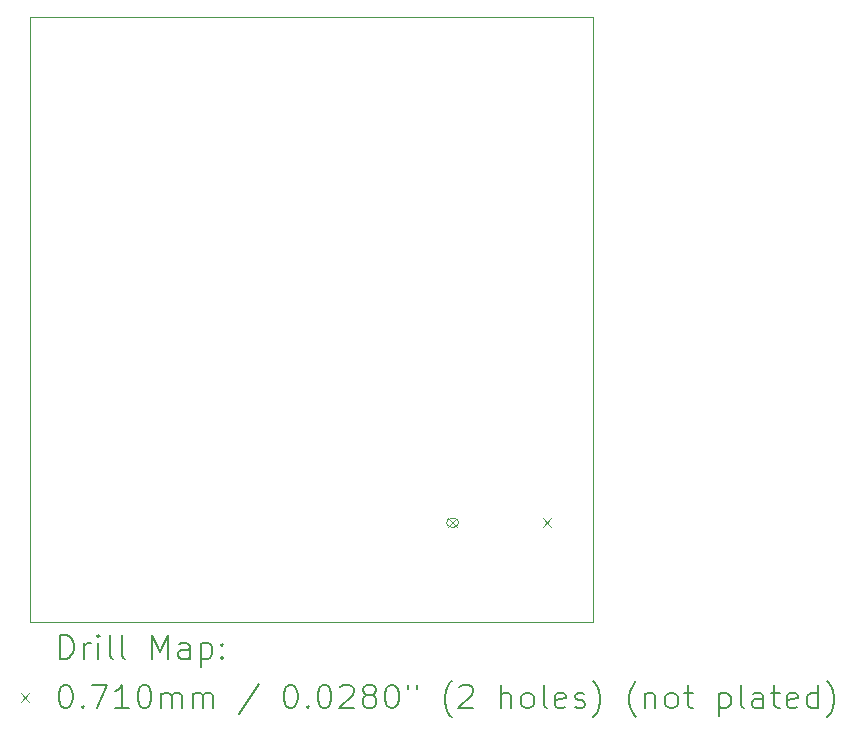
<source format=gbr>
%TF.GenerationSoftware,KiCad,Pcbnew,9.0.6*%
%TF.CreationDate,2025-12-10T11:17:10+01:00*%
%TF.ProjectId,CO2Monitor,434f324d-6f6e-4697-946f-722e6b696361,rev?*%
%TF.SameCoordinates,PX83b1de0PY8351ad0*%
%TF.FileFunction,Drillmap*%
%TF.FilePolarity,Positive*%
%FSLAX45Y45*%
G04 Gerber Fmt 4.5, Leading zero omitted, Abs format (unit mm)*
G04 Created by KiCad (PCBNEW 9.0.6) date 2025-12-10 11:17:10*
%MOMM*%
%LPD*%
G01*
G04 APERTURE LIST*
%ADD10C,0.050000*%
%ADD11C,0.010000*%
%ADD12C,0.200000*%
%ADD13C,0.100000*%
G04 APERTURE END LIST*
D10*
X0Y5116000D02*
X4766300Y5116000D01*
X4766300Y0D01*
X0Y0D01*
X0Y5116000D01*
D11*
X3565800Y873050D02*
X3595800Y873050D01*
X3595800Y802050D02*
X3565800Y802050D01*
X3530300Y837550D02*
G75*
G02*
X3565800Y873050I35500J0D01*
G01*
X3565800Y802050D02*
G75*
G02*
X3530300Y837550I0J35500D01*
G01*
X3595800Y873050D02*
G75*
G02*
X3631300Y837550I0J-35500D01*
G01*
X3631300Y837550D02*
G75*
G02*
X3595800Y802050I-35500J0D01*
G01*
D12*
D13*
X3545300Y873050D02*
X3616300Y802050D01*
X3616300Y873050D02*
X3545300Y802050D01*
X4345300Y873050D02*
X4416300Y802050D01*
X4416300Y873050D02*
X4345300Y802050D01*
D12*
X258277Y-313984D02*
X258277Y-113984D01*
X258277Y-113984D02*
X305896Y-113984D01*
X305896Y-113984D02*
X334467Y-123508D01*
X334467Y-123508D02*
X353515Y-142555D01*
X353515Y-142555D02*
X363039Y-161603D01*
X363039Y-161603D02*
X372562Y-199698D01*
X372562Y-199698D02*
X372562Y-228269D01*
X372562Y-228269D02*
X363039Y-266365D01*
X363039Y-266365D02*
X353515Y-285412D01*
X353515Y-285412D02*
X334467Y-304460D01*
X334467Y-304460D02*
X305896Y-313984D01*
X305896Y-313984D02*
X258277Y-313984D01*
X458277Y-313984D02*
X458277Y-180650D01*
X458277Y-218746D02*
X467801Y-199698D01*
X467801Y-199698D02*
X477324Y-190174D01*
X477324Y-190174D02*
X496372Y-180650D01*
X496372Y-180650D02*
X515420Y-180650D01*
X582086Y-313984D02*
X582086Y-180650D01*
X582086Y-113984D02*
X572563Y-123508D01*
X572563Y-123508D02*
X582086Y-133031D01*
X582086Y-133031D02*
X591610Y-123508D01*
X591610Y-123508D02*
X582086Y-113984D01*
X582086Y-113984D02*
X582086Y-133031D01*
X705896Y-313984D02*
X686848Y-304460D01*
X686848Y-304460D02*
X677324Y-285412D01*
X677324Y-285412D02*
X677324Y-113984D01*
X810658Y-313984D02*
X791610Y-304460D01*
X791610Y-304460D02*
X782086Y-285412D01*
X782086Y-285412D02*
X782086Y-113984D01*
X1039229Y-313984D02*
X1039229Y-113984D01*
X1039229Y-113984D02*
X1105896Y-256841D01*
X1105896Y-256841D02*
X1172563Y-113984D01*
X1172563Y-113984D02*
X1172563Y-313984D01*
X1353515Y-313984D02*
X1353515Y-209222D01*
X1353515Y-209222D02*
X1343991Y-190174D01*
X1343991Y-190174D02*
X1324944Y-180650D01*
X1324944Y-180650D02*
X1286848Y-180650D01*
X1286848Y-180650D02*
X1267801Y-190174D01*
X1353515Y-304460D02*
X1334467Y-313984D01*
X1334467Y-313984D02*
X1286848Y-313984D01*
X1286848Y-313984D02*
X1267801Y-304460D01*
X1267801Y-304460D02*
X1258277Y-285412D01*
X1258277Y-285412D02*
X1258277Y-266365D01*
X1258277Y-266365D02*
X1267801Y-247317D01*
X1267801Y-247317D02*
X1286848Y-237793D01*
X1286848Y-237793D02*
X1334467Y-237793D01*
X1334467Y-237793D02*
X1353515Y-228269D01*
X1448753Y-180650D02*
X1448753Y-380650D01*
X1448753Y-190174D02*
X1467801Y-180650D01*
X1467801Y-180650D02*
X1505896Y-180650D01*
X1505896Y-180650D02*
X1524943Y-190174D01*
X1524943Y-190174D02*
X1534467Y-199698D01*
X1534467Y-199698D02*
X1543991Y-218746D01*
X1543991Y-218746D02*
X1543991Y-275889D01*
X1543991Y-275889D02*
X1534467Y-294936D01*
X1534467Y-294936D02*
X1524943Y-304460D01*
X1524943Y-304460D02*
X1505896Y-313984D01*
X1505896Y-313984D02*
X1467801Y-313984D01*
X1467801Y-313984D02*
X1448753Y-304460D01*
X1629705Y-294936D02*
X1639229Y-304460D01*
X1639229Y-304460D02*
X1629705Y-313984D01*
X1629705Y-313984D02*
X1620182Y-304460D01*
X1620182Y-304460D02*
X1629705Y-294936D01*
X1629705Y-294936D02*
X1629705Y-313984D01*
X1629705Y-190174D02*
X1639229Y-199698D01*
X1639229Y-199698D02*
X1629705Y-209222D01*
X1629705Y-209222D02*
X1620182Y-199698D01*
X1620182Y-199698D02*
X1629705Y-190174D01*
X1629705Y-190174D02*
X1629705Y-209222D01*
D13*
X-73500Y-607000D02*
X-2500Y-678000D01*
X-2500Y-607000D02*
X-73500Y-678000D01*
D12*
X296372Y-533984D02*
X315420Y-533984D01*
X315420Y-533984D02*
X334467Y-543508D01*
X334467Y-543508D02*
X343991Y-553031D01*
X343991Y-553031D02*
X353515Y-572079D01*
X353515Y-572079D02*
X363039Y-610174D01*
X363039Y-610174D02*
X363039Y-657793D01*
X363039Y-657793D02*
X353515Y-695889D01*
X353515Y-695889D02*
X343991Y-714936D01*
X343991Y-714936D02*
X334467Y-724460D01*
X334467Y-724460D02*
X315420Y-733984D01*
X315420Y-733984D02*
X296372Y-733984D01*
X296372Y-733984D02*
X277324Y-724460D01*
X277324Y-724460D02*
X267801Y-714936D01*
X267801Y-714936D02*
X258277Y-695889D01*
X258277Y-695889D02*
X248753Y-657793D01*
X248753Y-657793D02*
X248753Y-610174D01*
X248753Y-610174D02*
X258277Y-572079D01*
X258277Y-572079D02*
X267801Y-553031D01*
X267801Y-553031D02*
X277324Y-543508D01*
X277324Y-543508D02*
X296372Y-533984D01*
X448753Y-714936D02*
X458277Y-724460D01*
X458277Y-724460D02*
X448753Y-733984D01*
X448753Y-733984D02*
X439229Y-724460D01*
X439229Y-724460D02*
X448753Y-714936D01*
X448753Y-714936D02*
X448753Y-733984D01*
X524944Y-533984D02*
X658277Y-533984D01*
X658277Y-533984D02*
X572563Y-733984D01*
X839229Y-733984D02*
X724943Y-733984D01*
X782086Y-733984D02*
X782086Y-533984D01*
X782086Y-533984D02*
X763039Y-562555D01*
X763039Y-562555D02*
X743991Y-581603D01*
X743991Y-581603D02*
X724943Y-591127D01*
X963039Y-533984D02*
X982086Y-533984D01*
X982086Y-533984D02*
X1001134Y-543508D01*
X1001134Y-543508D02*
X1010658Y-553031D01*
X1010658Y-553031D02*
X1020182Y-572079D01*
X1020182Y-572079D02*
X1029705Y-610174D01*
X1029705Y-610174D02*
X1029705Y-657793D01*
X1029705Y-657793D02*
X1020182Y-695889D01*
X1020182Y-695889D02*
X1010658Y-714936D01*
X1010658Y-714936D02*
X1001134Y-724460D01*
X1001134Y-724460D02*
X982086Y-733984D01*
X982086Y-733984D02*
X963039Y-733984D01*
X963039Y-733984D02*
X943991Y-724460D01*
X943991Y-724460D02*
X934467Y-714936D01*
X934467Y-714936D02*
X924943Y-695889D01*
X924943Y-695889D02*
X915420Y-657793D01*
X915420Y-657793D02*
X915420Y-610174D01*
X915420Y-610174D02*
X924943Y-572079D01*
X924943Y-572079D02*
X934467Y-553031D01*
X934467Y-553031D02*
X943991Y-543508D01*
X943991Y-543508D02*
X963039Y-533984D01*
X1115420Y-733984D02*
X1115420Y-600650D01*
X1115420Y-619698D02*
X1124944Y-610174D01*
X1124944Y-610174D02*
X1143991Y-600650D01*
X1143991Y-600650D02*
X1172563Y-600650D01*
X1172563Y-600650D02*
X1191610Y-610174D01*
X1191610Y-610174D02*
X1201134Y-629222D01*
X1201134Y-629222D02*
X1201134Y-733984D01*
X1201134Y-629222D02*
X1210658Y-610174D01*
X1210658Y-610174D02*
X1229705Y-600650D01*
X1229705Y-600650D02*
X1258277Y-600650D01*
X1258277Y-600650D02*
X1277325Y-610174D01*
X1277325Y-610174D02*
X1286848Y-629222D01*
X1286848Y-629222D02*
X1286848Y-733984D01*
X1382086Y-733984D02*
X1382086Y-600650D01*
X1382086Y-619698D02*
X1391610Y-610174D01*
X1391610Y-610174D02*
X1410658Y-600650D01*
X1410658Y-600650D02*
X1439229Y-600650D01*
X1439229Y-600650D02*
X1458277Y-610174D01*
X1458277Y-610174D02*
X1467801Y-629222D01*
X1467801Y-629222D02*
X1467801Y-733984D01*
X1467801Y-629222D02*
X1477324Y-610174D01*
X1477324Y-610174D02*
X1496372Y-600650D01*
X1496372Y-600650D02*
X1524943Y-600650D01*
X1524943Y-600650D02*
X1543991Y-610174D01*
X1543991Y-610174D02*
X1553515Y-629222D01*
X1553515Y-629222D02*
X1553515Y-733984D01*
X1943991Y-524460D02*
X1772563Y-781603D01*
X2201134Y-533984D02*
X2220182Y-533984D01*
X2220182Y-533984D02*
X2239229Y-543508D01*
X2239229Y-543508D02*
X2248753Y-553031D01*
X2248753Y-553031D02*
X2258277Y-572079D01*
X2258277Y-572079D02*
X2267801Y-610174D01*
X2267801Y-610174D02*
X2267801Y-657793D01*
X2267801Y-657793D02*
X2258277Y-695889D01*
X2258277Y-695889D02*
X2248753Y-714936D01*
X2248753Y-714936D02*
X2239229Y-724460D01*
X2239229Y-724460D02*
X2220182Y-733984D01*
X2220182Y-733984D02*
X2201134Y-733984D01*
X2201134Y-733984D02*
X2182087Y-724460D01*
X2182087Y-724460D02*
X2172563Y-714936D01*
X2172563Y-714936D02*
X2163039Y-695889D01*
X2163039Y-695889D02*
X2153515Y-657793D01*
X2153515Y-657793D02*
X2153515Y-610174D01*
X2153515Y-610174D02*
X2163039Y-572079D01*
X2163039Y-572079D02*
X2172563Y-553031D01*
X2172563Y-553031D02*
X2182087Y-543508D01*
X2182087Y-543508D02*
X2201134Y-533984D01*
X2353515Y-714936D02*
X2363039Y-724460D01*
X2363039Y-724460D02*
X2353515Y-733984D01*
X2353515Y-733984D02*
X2343991Y-724460D01*
X2343991Y-724460D02*
X2353515Y-714936D01*
X2353515Y-714936D02*
X2353515Y-733984D01*
X2486848Y-533984D02*
X2505896Y-533984D01*
X2505896Y-533984D02*
X2524944Y-543508D01*
X2524944Y-543508D02*
X2534468Y-553031D01*
X2534468Y-553031D02*
X2543991Y-572079D01*
X2543991Y-572079D02*
X2553515Y-610174D01*
X2553515Y-610174D02*
X2553515Y-657793D01*
X2553515Y-657793D02*
X2543991Y-695889D01*
X2543991Y-695889D02*
X2534468Y-714936D01*
X2534468Y-714936D02*
X2524944Y-724460D01*
X2524944Y-724460D02*
X2505896Y-733984D01*
X2505896Y-733984D02*
X2486848Y-733984D01*
X2486848Y-733984D02*
X2467801Y-724460D01*
X2467801Y-724460D02*
X2458277Y-714936D01*
X2458277Y-714936D02*
X2448753Y-695889D01*
X2448753Y-695889D02*
X2439229Y-657793D01*
X2439229Y-657793D02*
X2439229Y-610174D01*
X2439229Y-610174D02*
X2448753Y-572079D01*
X2448753Y-572079D02*
X2458277Y-553031D01*
X2458277Y-553031D02*
X2467801Y-543508D01*
X2467801Y-543508D02*
X2486848Y-533984D01*
X2629706Y-553031D02*
X2639229Y-543508D01*
X2639229Y-543508D02*
X2658277Y-533984D01*
X2658277Y-533984D02*
X2705896Y-533984D01*
X2705896Y-533984D02*
X2724944Y-543508D01*
X2724944Y-543508D02*
X2734468Y-553031D01*
X2734468Y-553031D02*
X2743991Y-572079D01*
X2743991Y-572079D02*
X2743991Y-591127D01*
X2743991Y-591127D02*
X2734468Y-619698D01*
X2734468Y-619698D02*
X2620182Y-733984D01*
X2620182Y-733984D02*
X2743991Y-733984D01*
X2858277Y-619698D02*
X2839229Y-610174D01*
X2839229Y-610174D02*
X2829706Y-600650D01*
X2829706Y-600650D02*
X2820182Y-581603D01*
X2820182Y-581603D02*
X2820182Y-572079D01*
X2820182Y-572079D02*
X2829706Y-553031D01*
X2829706Y-553031D02*
X2839229Y-543508D01*
X2839229Y-543508D02*
X2858277Y-533984D01*
X2858277Y-533984D02*
X2896372Y-533984D01*
X2896372Y-533984D02*
X2915420Y-543508D01*
X2915420Y-543508D02*
X2924944Y-553031D01*
X2924944Y-553031D02*
X2934467Y-572079D01*
X2934467Y-572079D02*
X2934467Y-581603D01*
X2934467Y-581603D02*
X2924944Y-600650D01*
X2924944Y-600650D02*
X2915420Y-610174D01*
X2915420Y-610174D02*
X2896372Y-619698D01*
X2896372Y-619698D02*
X2858277Y-619698D01*
X2858277Y-619698D02*
X2839229Y-629222D01*
X2839229Y-629222D02*
X2829706Y-638746D01*
X2829706Y-638746D02*
X2820182Y-657793D01*
X2820182Y-657793D02*
X2820182Y-695889D01*
X2820182Y-695889D02*
X2829706Y-714936D01*
X2829706Y-714936D02*
X2839229Y-724460D01*
X2839229Y-724460D02*
X2858277Y-733984D01*
X2858277Y-733984D02*
X2896372Y-733984D01*
X2896372Y-733984D02*
X2915420Y-724460D01*
X2915420Y-724460D02*
X2924944Y-714936D01*
X2924944Y-714936D02*
X2934467Y-695889D01*
X2934467Y-695889D02*
X2934467Y-657793D01*
X2934467Y-657793D02*
X2924944Y-638746D01*
X2924944Y-638746D02*
X2915420Y-629222D01*
X2915420Y-629222D02*
X2896372Y-619698D01*
X3058277Y-533984D02*
X3077325Y-533984D01*
X3077325Y-533984D02*
X3096372Y-543508D01*
X3096372Y-543508D02*
X3105896Y-553031D01*
X3105896Y-553031D02*
X3115420Y-572079D01*
X3115420Y-572079D02*
X3124944Y-610174D01*
X3124944Y-610174D02*
X3124944Y-657793D01*
X3124944Y-657793D02*
X3115420Y-695889D01*
X3115420Y-695889D02*
X3105896Y-714936D01*
X3105896Y-714936D02*
X3096372Y-724460D01*
X3096372Y-724460D02*
X3077325Y-733984D01*
X3077325Y-733984D02*
X3058277Y-733984D01*
X3058277Y-733984D02*
X3039229Y-724460D01*
X3039229Y-724460D02*
X3029706Y-714936D01*
X3029706Y-714936D02*
X3020182Y-695889D01*
X3020182Y-695889D02*
X3010658Y-657793D01*
X3010658Y-657793D02*
X3010658Y-610174D01*
X3010658Y-610174D02*
X3020182Y-572079D01*
X3020182Y-572079D02*
X3029706Y-553031D01*
X3029706Y-553031D02*
X3039229Y-543508D01*
X3039229Y-543508D02*
X3058277Y-533984D01*
X3201134Y-533984D02*
X3201134Y-572079D01*
X3277325Y-533984D02*
X3277325Y-572079D01*
X3572563Y-810174D02*
X3563039Y-800650D01*
X3563039Y-800650D02*
X3543991Y-772079D01*
X3543991Y-772079D02*
X3534468Y-753031D01*
X3534468Y-753031D02*
X3524944Y-724460D01*
X3524944Y-724460D02*
X3515420Y-676841D01*
X3515420Y-676841D02*
X3515420Y-638746D01*
X3515420Y-638746D02*
X3524944Y-591127D01*
X3524944Y-591127D02*
X3534468Y-562555D01*
X3534468Y-562555D02*
X3543991Y-543508D01*
X3543991Y-543508D02*
X3563039Y-514936D01*
X3563039Y-514936D02*
X3572563Y-505412D01*
X3639229Y-553031D02*
X3648753Y-543508D01*
X3648753Y-543508D02*
X3667801Y-533984D01*
X3667801Y-533984D02*
X3715420Y-533984D01*
X3715420Y-533984D02*
X3734468Y-543508D01*
X3734468Y-543508D02*
X3743991Y-553031D01*
X3743991Y-553031D02*
X3753515Y-572079D01*
X3753515Y-572079D02*
X3753515Y-591127D01*
X3753515Y-591127D02*
X3743991Y-619698D01*
X3743991Y-619698D02*
X3629706Y-733984D01*
X3629706Y-733984D02*
X3753515Y-733984D01*
X3991610Y-733984D02*
X3991610Y-533984D01*
X4077325Y-733984D02*
X4077325Y-629222D01*
X4077325Y-629222D02*
X4067801Y-610174D01*
X4067801Y-610174D02*
X4048753Y-600650D01*
X4048753Y-600650D02*
X4020182Y-600650D01*
X4020182Y-600650D02*
X4001134Y-610174D01*
X4001134Y-610174D02*
X3991610Y-619698D01*
X4201134Y-733984D02*
X4182087Y-724460D01*
X4182087Y-724460D02*
X4172563Y-714936D01*
X4172563Y-714936D02*
X4163039Y-695889D01*
X4163039Y-695889D02*
X4163039Y-638746D01*
X4163039Y-638746D02*
X4172563Y-619698D01*
X4172563Y-619698D02*
X4182087Y-610174D01*
X4182087Y-610174D02*
X4201134Y-600650D01*
X4201134Y-600650D02*
X4229706Y-600650D01*
X4229706Y-600650D02*
X4248753Y-610174D01*
X4248753Y-610174D02*
X4258277Y-619698D01*
X4258277Y-619698D02*
X4267801Y-638746D01*
X4267801Y-638746D02*
X4267801Y-695889D01*
X4267801Y-695889D02*
X4258277Y-714936D01*
X4258277Y-714936D02*
X4248753Y-724460D01*
X4248753Y-724460D02*
X4229706Y-733984D01*
X4229706Y-733984D02*
X4201134Y-733984D01*
X4382087Y-733984D02*
X4363039Y-724460D01*
X4363039Y-724460D02*
X4353515Y-705412D01*
X4353515Y-705412D02*
X4353515Y-533984D01*
X4534468Y-724460D02*
X4515420Y-733984D01*
X4515420Y-733984D02*
X4477325Y-733984D01*
X4477325Y-733984D02*
X4458277Y-724460D01*
X4458277Y-724460D02*
X4448753Y-705412D01*
X4448753Y-705412D02*
X4448753Y-629222D01*
X4448753Y-629222D02*
X4458277Y-610174D01*
X4458277Y-610174D02*
X4477325Y-600650D01*
X4477325Y-600650D02*
X4515420Y-600650D01*
X4515420Y-600650D02*
X4534468Y-610174D01*
X4534468Y-610174D02*
X4543992Y-629222D01*
X4543992Y-629222D02*
X4543992Y-648270D01*
X4543992Y-648270D02*
X4448753Y-667317D01*
X4620182Y-724460D02*
X4639230Y-733984D01*
X4639230Y-733984D02*
X4677325Y-733984D01*
X4677325Y-733984D02*
X4696373Y-724460D01*
X4696373Y-724460D02*
X4705896Y-705412D01*
X4705896Y-705412D02*
X4705896Y-695889D01*
X4705896Y-695889D02*
X4696373Y-676841D01*
X4696373Y-676841D02*
X4677325Y-667317D01*
X4677325Y-667317D02*
X4648753Y-667317D01*
X4648753Y-667317D02*
X4629706Y-657793D01*
X4629706Y-657793D02*
X4620182Y-638746D01*
X4620182Y-638746D02*
X4620182Y-629222D01*
X4620182Y-629222D02*
X4629706Y-610174D01*
X4629706Y-610174D02*
X4648753Y-600650D01*
X4648753Y-600650D02*
X4677325Y-600650D01*
X4677325Y-600650D02*
X4696373Y-610174D01*
X4772563Y-810174D02*
X4782087Y-800650D01*
X4782087Y-800650D02*
X4801134Y-772079D01*
X4801134Y-772079D02*
X4810658Y-753031D01*
X4810658Y-753031D02*
X4820182Y-724460D01*
X4820182Y-724460D02*
X4829706Y-676841D01*
X4829706Y-676841D02*
X4829706Y-638746D01*
X4829706Y-638746D02*
X4820182Y-591127D01*
X4820182Y-591127D02*
X4810658Y-562555D01*
X4810658Y-562555D02*
X4801134Y-543508D01*
X4801134Y-543508D02*
X4782087Y-514936D01*
X4782087Y-514936D02*
X4772563Y-505412D01*
X5134468Y-810174D02*
X5124944Y-800650D01*
X5124944Y-800650D02*
X5105896Y-772079D01*
X5105896Y-772079D02*
X5096373Y-753031D01*
X5096373Y-753031D02*
X5086849Y-724460D01*
X5086849Y-724460D02*
X5077325Y-676841D01*
X5077325Y-676841D02*
X5077325Y-638746D01*
X5077325Y-638746D02*
X5086849Y-591127D01*
X5086849Y-591127D02*
X5096373Y-562555D01*
X5096373Y-562555D02*
X5105896Y-543508D01*
X5105896Y-543508D02*
X5124944Y-514936D01*
X5124944Y-514936D02*
X5134468Y-505412D01*
X5210658Y-600650D02*
X5210658Y-733984D01*
X5210658Y-619698D02*
X5220182Y-610174D01*
X5220182Y-610174D02*
X5239230Y-600650D01*
X5239230Y-600650D02*
X5267801Y-600650D01*
X5267801Y-600650D02*
X5286849Y-610174D01*
X5286849Y-610174D02*
X5296373Y-629222D01*
X5296373Y-629222D02*
X5296373Y-733984D01*
X5420182Y-733984D02*
X5401134Y-724460D01*
X5401134Y-724460D02*
X5391611Y-714936D01*
X5391611Y-714936D02*
X5382087Y-695889D01*
X5382087Y-695889D02*
X5382087Y-638746D01*
X5382087Y-638746D02*
X5391611Y-619698D01*
X5391611Y-619698D02*
X5401134Y-610174D01*
X5401134Y-610174D02*
X5420182Y-600650D01*
X5420182Y-600650D02*
X5448754Y-600650D01*
X5448754Y-600650D02*
X5467801Y-610174D01*
X5467801Y-610174D02*
X5477325Y-619698D01*
X5477325Y-619698D02*
X5486849Y-638746D01*
X5486849Y-638746D02*
X5486849Y-695889D01*
X5486849Y-695889D02*
X5477325Y-714936D01*
X5477325Y-714936D02*
X5467801Y-724460D01*
X5467801Y-724460D02*
X5448754Y-733984D01*
X5448754Y-733984D02*
X5420182Y-733984D01*
X5543992Y-600650D02*
X5620182Y-600650D01*
X5572563Y-533984D02*
X5572563Y-705412D01*
X5572563Y-705412D02*
X5582087Y-724460D01*
X5582087Y-724460D02*
X5601134Y-733984D01*
X5601134Y-733984D02*
X5620182Y-733984D01*
X5839230Y-600650D02*
X5839230Y-800650D01*
X5839230Y-610174D02*
X5858277Y-600650D01*
X5858277Y-600650D02*
X5896373Y-600650D01*
X5896373Y-600650D02*
X5915420Y-610174D01*
X5915420Y-610174D02*
X5924944Y-619698D01*
X5924944Y-619698D02*
X5934468Y-638746D01*
X5934468Y-638746D02*
X5934468Y-695889D01*
X5934468Y-695889D02*
X5924944Y-714936D01*
X5924944Y-714936D02*
X5915420Y-724460D01*
X5915420Y-724460D02*
X5896373Y-733984D01*
X5896373Y-733984D02*
X5858277Y-733984D01*
X5858277Y-733984D02*
X5839230Y-724460D01*
X6048753Y-733984D02*
X6029706Y-724460D01*
X6029706Y-724460D02*
X6020182Y-705412D01*
X6020182Y-705412D02*
X6020182Y-533984D01*
X6210658Y-733984D02*
X6210658Y-629222D01*
X6210658Y-629222D02*
X6201134Y-610174D01*
X6201134Y-610174D02*
X6182087Y-600650D01*
X6182087Y-600650D02*
X6143992Y-600650D01*
X6143992Y-600650D02*
X6124944Y-610174D01*
X6210658Y-724460D02*
X6191611Y-733984D01*
X6191611Y-733984D02*
X6143992Y-733984D01*
X6143992Y-733984D02*
X6124944Y-724460D01*
X6124944Y-724460D02*
X6115420Y-705412D01*
X6115420Y-705412D02*
X6115420Y-686365D01*
X6115420Y-686365D02*
X6124944Y-667317D01*
X6124944Y-667317D02*
X6143992Y-657793D01*
X6143992Y-657793D02*
X6191611Y-657793D01*
X6191611Y-657793D02*
X6210658Y-648270D01*
X6277325Y-600650D02*
X6353515Y-600650D01*
X6305896Y-533984D02*
X6305896Y-705412D01*
X6305896Y-705412D02*
X6315420Y-724460D01*
X6315420Y-724460D02*
X6334468Y-733984D01*
X6334468Y-733984D02*
X6353515Y-733984D01*
X6496373Y-724460D02*
X6477325Y-733984D01*
X6477325Y-733984D02*
X6439230Y-733984D01*
X6439230Y-733984D02*
X6420182Y-724460D01*
X6420182Y-724460D02*
X6410658Y-705412D01*
X6410658Y-705412D02*
X6410658Y-629222D01*
X6410658Y-629222D02*
X6420182Y-610174D01*
X6420182Y-610174D02*
X6439230Y-600650D01*
X6439230Y-600650D02*
X6477325Y-600650D01*
X6477325Y-600650D02*
X6496373Y-610174D01*
X6496373Y-610174D02*
X6505896Y-629222D01*
X6505896Y-629222D02*
X6505896Y-648270D01*
X6505896Y-648270D02*
X6410658Y-667317D01*
X6677325Y-733984D02*
X6677325Y-533984D01*
X6677325Y-724460D02*
X6658277Y-733984D01*
X6658277Y-733984D02*
X6620182Y-733984D01*
X6620182Y-733984D02*
X6601134Y-724460D01*
X6601134Y-724460D02*
X6591611Y-714936D01*
X6591611Y-714936D02*
X6582087Y-695889D01*
X6582087Y-695889D02*
X6582087Y-638746D01*
X6582087Y-638746D02*
X6591611Y-619698D01*
X6591611Y-619698D02*
X6601134Y-610174D01*
X6601134Y-610174D02*
X6620182Y-600650D01*
X6620182Y-600650D02*
X6658277Y-600650D01*
X6658277Y-600650D02*
X6677325Y-610174D01*
X6753515Y-810174D02*
X6763039Y-800650D01*
X6763039Y-800650D02*
X6782087Y-772079D01*
X6782087Y-772079D02*
X6791611Y-753031D01*
X6791611Y-753031D02*
X6801134Y-724460D01*
X6801134Y-724460D02*
X6810658Y-676841D01*
X6810658Y-676841D02*
X6810658Y-638746D01*
X6810658Y-638746D02*
X6801134Y-591127D01*
X6801134Y-591127D02*
X6791611Y-562555D01*
X6791611Y-562555D02*
X6782087Y-543508D01*
X6782087Y-543508D02*
X6763039Y-514936D01*
X6763039Y-514936D02*
X6753515Y-505412D01*
M02*

</source>
